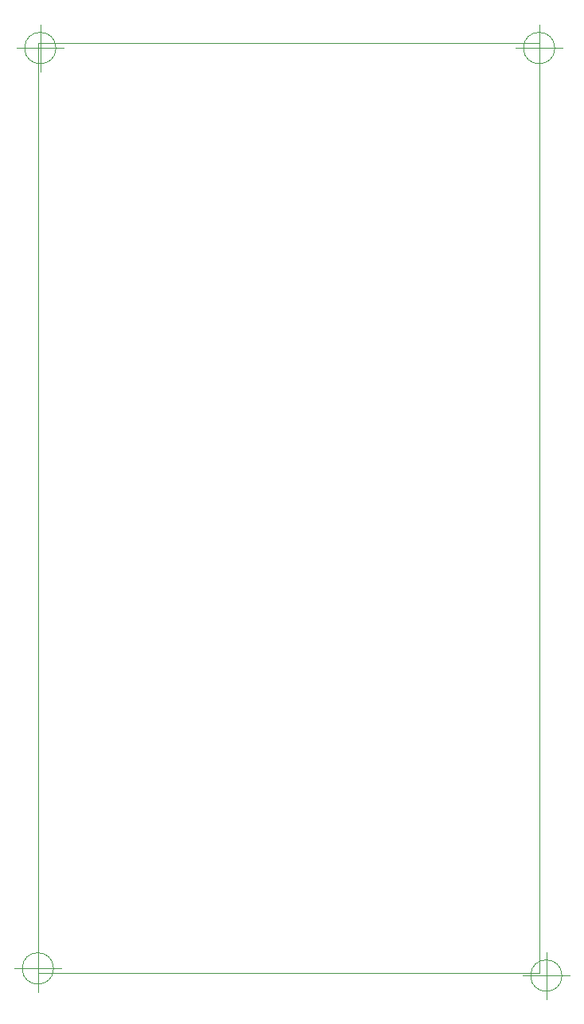
<source format=gm1>
G04 #@! TF.GenerationSoftware,KiCad,Pcbnew,(6.0.10-0)*
G04 #@! TF.CreationDate,2023-04-16T19:02:18-05:00*
G04 #@! TF.ProjectId,v2.0,76322e30-2e6b-4696-9361-645f70636258,v2.0*
G04 #@! TF.SameCoordinates,Original*
G04 #@! TF.FileFunction,Profile,NP*
%FSLAX46Y46*%
G04 Gerber Fmt 4.6, Leading zero omitted, Abs format (unit mm)*
G04 Created by KiCad (PCBNEW (6.0.10-0)) date 2023-04-16 19:02:18*
%MOMM*%
%LPD*%
G01*
G04 APERTURE LIST*
G04 #@! TA.AperFunction,Profile*
%ADD10C,0.100000*%
G04 #@! TD*
G04 APERTURE END LIST*
D10*
X241554000Y-32766000D02*
X188214000Y-32766000D01*
X188214000Y-32766000D02*
X188214000Y-131572000D01*
X188214000Y-131572000D02*
X241554000Y-131572000D01*
X241554000Y-131572000D02*
X241554000Y-32766000D01*
X189880666Y-131064000D02*
G75*
G03*
X189880666Y-131064000I-1666666J0D01*
G01*
X185714000Y-131064000D02*
X190714000Y-131064000D01*
X188214000Y-128564000D02*
X188214000Y-133564000D01*
X243982666Y-131826000D02*
G75*
G03*
X243982666Y-131826000I-1666666J0D01*
G01*
X239816000Y-131826000D02*
X244816000Y-131826000D01*
X242316000Y-129326000D02*
X242316000Y-134326000D01*
X190134666Y-33274000D02*
G75*
G03*
X190134666Y-33274000I-1666666J0D01*
G01*
X185968000Y-33274000D02*
X190968000Y-33274000D01*
X188468000Y-30774000D02*
X188468000Y-35774000D01*
X243220666Y-33274000D02*
G75*
G03*
X243220666Y-33274000I-1666666J0D01*
G01*
X239054000Y-33274000D02*
X244054000Y-33274000D01*
X241554000Y-30774000D02*
X241554000Y-35774000D01*
M02*

</source>
